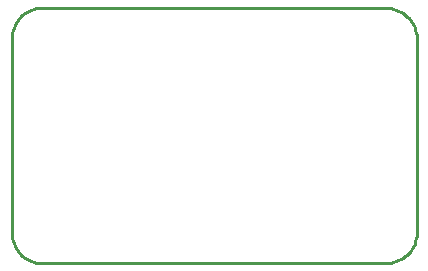
<source format=gbr>
G04 EAGLE Gerber RS-274X export*
G75*
%MOMM*%
%FSLAX34Y34*%
%LPD*%
%IN*%
%IPPOS*%
%AMOC8*
5,1,8,0,0,1.08239X$1,22.5*%
G01*
%ADD10C,0.254000*%


D10*
X0Y25400D02*
X97Y23186D01*
X386Y20989D01*
X865Y18826D01*
X1532Y16713D01*
X2380Y14666D01*
X3403Y12700D01*
X4594Y10831D01*
X5942Y9073D01*
X7440Y7440D01*
X9073Y5942D01*
X10831Y4594D01*
X12700Y3403D01*
X14666Y2380D01*
X16713Y1532D01*
X18826Y865D01*
X20989Y386D01*
X23186Y97D01*
X25400Y0D01*
X316230Y0D01*
X318502Y44D01*
X320761Y285D01*
X322990Y723D01*
X325173Y1353D01*
X327292Y2171D01*
X329333Y3171D01*
X331278Y4344D01*
X333114Y5683D01*
X334826Y7176D01*
X336401Y8814D01*
X337827Y10582D01*
X339094Y12468D01*
X340192Y14457D01*
X341113Y16534D01*
X341849Y18683D01*
X342394Y20889D01*
X342746Y23133D01*
X342900Y25400D01*
X342900Y190500D01*
X342746Y192767D01*
X342394Y195011D01*
X341849Y197217D01*
X341113Y199366D01*
X340192Y201443D01*
X339094Y203432D01*
X337827Y205318D01*
X336401Y207086D01*
X334826Y208724D01*
X333114Y210217D01*
X331278Y211556D01*
X329333Y212729D01*
X327292Y213729D01*
X325173Y214547D01*
X322990Y215177D01*
X320761Y215615D01*
X318502Y215856D01*
X316230Y215900D01*
X25400Y215900D01*
X23186Y215803D01*
X20989Y215514D01*
X18826Y215035D01*
X16713Y214368D01*
X14666Y213520D01*
X12700Y212497D01*
X10831Y211306D01*
X9073Y209958D01*
X7440Y208461D01*
X5942Y206827D01*
X4594Y205069D01*
X3403Y203200D01*
X2380Y201235D01*
X1532Y199187D01*
X865Y197074D01*
X386Y194911D01*
X97Y192714D01*
X0Y190500D01*
X0Y25400D01*
M02*

</source>
